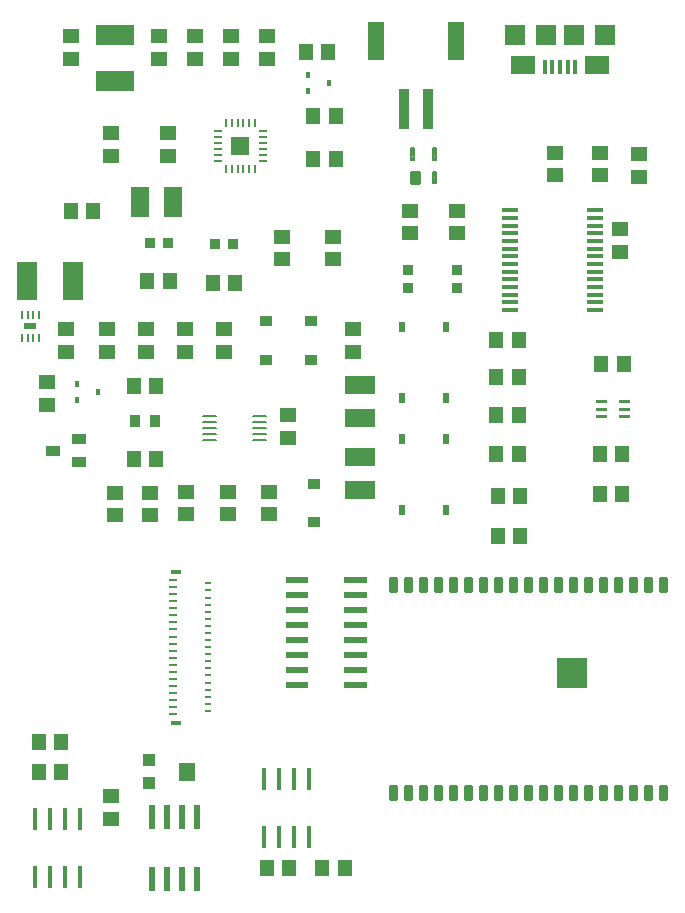
<source format=gtp>
G04 EAGLE Gerber RS-274X export*
G75*
%MOMM*%
%FSLAX34Y34*%
%LPD*%
%INSolderpaste Top*%
%IPPOS*%
%AMOC8*
5,1,8,0,0,1.08239X$1,22.5*%
G01*
%ADD10R,1.398400X1.198400*%
%ADD11R,1.498400X2.598400*%
%ADD12R,1.118400X0.808400*%
%ADD13C,0.148400*%
%ADD14R,3.298400X1.798400*%
%ADD15R,2.598400X1.498400*%
%ADD16R,1.198400X1.398400*%
%ADD17R,0.898400X0.998400*%
%ADD18R,1.550000X1.550000*%
%ADD19R,0.758400X0.168400*%
%ADD20R,0.168400X0.758400*%
%ADD21R,0.698400X0.198400*%
%ADD22R,0.548400X0.198400*%
%ADD23R,0.848400X0.298400*%
%ADD24R,0.498400X2.098400*%
%ADD25R,1.098400X1.098400*%
%ADD26R,1.398400X1.498400*%
%ADD27R,1.020000X0.560000*%
%ADD28R,0.178400X0.638400*%
%ADD29R,1.798400X3.298400*%
%ADD30C,0.049837*%
%ADD31R,1.398400X0.298400*%
%ADD32C,0.077519*%
%ADD33R,0.848400X0.848400*%
%ADD34C,0.390894*%
%ADD35C,0.195359*%
%ADD36R,0.457200X1.879600*%
%ADD37R,0.298400X1.248400*%
%ADD38R,1.998400X1.498400*%
%ADD39R,1.798400X1.798400*%
%ADD40R,1.698400X1.798400*%
%ADD41R,0.448400X0.498400*%
%ADD42R,0.598400X0.898400*%
%ADD43R,1.298400X0.898400*%
%ADD44R,0.898400X3.398400*%
%ADD45R,1.398400X3.298400*%
%ADD46R,2.531044X2.533469*%
%ADD47C,0.364494*%


D10*
X197693Y357480D03*
X197693Y338480D03*
X194375Y495275D03*
X194375Y476275D03*
X232826Y357480D03*
X232826Y338480D03*
X303530Y476275D03*
X303530Y495275D03*
X147320Y642010D03*
X147320Y661010D03*
X139617Y724434D03*
X139617Y743434D03*
X64770Y724434D03*
X64770Y743434D03*
D11*
X151240Y603250D03*
X123240Y603250D03*
D10*
X248920Y403250D03*
X248920Y422250D03*
X128409Y495275D03*
X128409Y476275D03*
D12*
X229910Y502125D03*
X229910Y469425D03*
X267995Y469425D03*
X267995Y502125D03*
X270510Y331630D03*
X270510Y364330D03*
D13*
X187700Y421480D02*
X176700Y421480D01*
X176700Y416480D02*
X187700Y416480D01*
X187700Y411480D02*
X176700Y411480D01*
X176700Y406480D02*
X187700Y406480D01*
X187700Y401480D02*
X176700Y401480D01*
X218700Y421480D02*
X229700Y421480D01*
X229700Y416480D02*
X218700Y416480D01*
X218700Y411480D02*
X229700Y411480D01*
X229700Y406480D02*
X218700Y406480D01*
X218700Y401480D02*
X229700Y401480D01*
D14*
X102194Y705670D03*
X102194Y744670D03*
D15*
X309880Y387380D03*
X309880Y359380D03*
X309880Y420340D03*
X309880Y448340D03*
D16*
X288900Y675640D03*
X269900Y675640D03*
D10*
X200632Y724434D03*
X200632Y743434D03*
X231140Y743434D03*
X231140Y724434D03*
X161392Y476275D03*
X161392Y495275D03*
D17*
X119103Y417513D03*
X136103Y417513D03*
D10*
X162560Y338480D03*
X162560Y357480D03*
D16*
X137103Y385445D03*
X118103Y385445D03*
D18*
X208280Y650240D03*
D19*
X227630Y637740D03*
X227630Y642740D03*
X227630Y647740D03*
X227630Y652740D03*
X227630Y657740D03*
X227630Y662740D03*
X188930Y662740D03*
X188930Y657740D03*
X188930Y652740D03*
X188930Y647740D03*
X188930Y642740D03*
X188930Y637740D03*
D20*
X195780Y630890D03*
X200780Y630890D03*
X205780Y630890D03*
X210780Y630890D03*
X215780Y630890D03*
X220780Y630890D03*
X220780Y669590D03*
X215780Y669590D03*
X210780Y669590D03*
X205780Y669590D03*
X200780Y669590D03*
X195780Y669590D03*
D21*
X150950Y283060D03*
D22*
X180460Y280060D03*
D21*
X150950Y277060D03*
D22*
X180460Y274060D03*
D21*
X150950Y271060D03*
D22*
X180460Y268060D03*
D21*
X150950Y265060D03*
D22*
X180460Y262060D03*
D21*
X150950Y259060D03*
D22*
X180460Y256060D03*
D21*
X150950Y253060D03*
D22*
X180460Y250060D03*
D21*
X150950Y247060D03*
D22*
X180460Y244060D03*
D21*
X150950Y241060D03*
D22*
X180460Y238060D03*
D21*
X150950Y235060D03*
D22*
X180460Y232060D03*
D21*
X150950Y229060D03*
D22*
X180460Y226060D03*
D21*
X150950Y223060D03*
D22*
X180460Y220060D03*
D21*
X150950Y217060D03*
D22*
X180460Y214060D03*
D21*
X150950Y211060D03*
D22*
X180460Y208060D03*
D21*
X150950Y205060D03*
D22*
X180460Y202060D03*
D21*
X150950Y199060D03*
D22*
X180460Y196060D03*
D21*
X150950Y193060D03*
D22*
X180460Y190060D03*
D21*
X150950Y187060D03*
D22*
X180460Y184060D03*
D21*
X150950Y181060D03*
D22*
X180460Y178060D03*
D21*
X150950Y175060D03*
D22*
X180460Y172060D03*
D21*
X150950Y169060D03*
D23*
X153700Y290060D03*
X153700Y162060D03*
D24*
X158750Y81880D03*
X158750Y29880D03*
X171450Y81880D03*
X146050Y81880D03*
X133350Y81880D03*
X171450Y29880D03*
X146050Y29880D03*
X133350Y29880D03*
D10*
X99060Y80670D03*
X99060Y99670D03*
D25*
X130590Y130650D03*
X130590Y110650D03*
D26*
X163090Y120650D03*
D16*
X282550Y730250D03*
X263550Y730250D03*
D10*
X170125Y724434D03*
X170125Y743434D03*
D27*
X30480Y497840D03*
D28*
X22980Y487990D03*
X27980Y487990D03*
X32980Y487990D03*
X37980Y487990D03*
X37980Y507690D03*
X32980Y507690D03*
X27980Y507690D03*
X22980Y507690D03*
D29*
X27490Y535940D03*
X66490Y535940D03*
D16*
X64541Y595630D03*
X83541Y595630D03*
D10*
X60960Y495021D03*
X60960Y476021D03*
D16*
X424840Y486410D03*
X443840Y486410D03*
X424840Y389890D03*
X443840Y389890D03*
X443840Y454660D03*
X424840Y454660D03*
X424840Y422910D03*
X443840Y422910D03*
D30*
X314513Y196553D02*
X296327Y196553D01*
X314513Y196553D02*
X314513Y192067D01*
X296327Y192067D01*
X296327Y196553D01*
X296327Y192540D02*
X314513Y192540D01*
X314513Y193013D02*
X296327Y193013D01*
X296327Y193486D02*
X314513Y193486D01*
X314513Y193959D02*
X296327Y193959D01*
X296327Y194432D02*
X314513Y194432D01*
X314513Y194905D02*
X296327Y194905D01*
X296327Y195378D02*
X314513Y195378D01*
X314513Y195851D02*
X296327Y195851D01*
X296327Y196324D02*
X314513Y196324D01*
X314513Y209253D02*
X296327Y209253D01*
X314513Y209253D02*
X314513Y204767D01*
X296327Y204767D01*
X296327Y209253D01*
X296327Y205240D02*
X314513Y205240D01*
X314513Y205713D02*
X296327Y205713D01*
X296327Y206186D02*
X314513Y206186D01*
X314513Y206659D02*
X296327Y206659D01*
X296327Y207132D02*
X314513Y207132D01*
X314513Y207605D02*
X296327Y207605D01*
X296327Y208078D02*
X314513Y208078D01*
X314513Y208551D02*
X296327Y208551D01*
X296327Y209024D02*
X314513Y209024D01*
X314513Y221953D02*
X296327Y221953D01*
X314513Y221953D02*
X314513Y217467D01*
X296327Y217467D01*
X296327Y221953D01*
X296327Y217940D02*
X314513Y217940D01*
X314513Y218413D02*
X296327Y218413D01*
X296327Y218886D02*
X314513Y218886D01*
X314513Y219359D02*
X296327Y219359D01*
X296327Y219832D02*
X314513Y219832D01*
X314513Y220305D02*
X296327Y220305D01*
X296327Y220778D02*
X314513Y220778D01*
X314513Y221251D02*
X296327Y221251D01*
X296327Y221724D02*
X314513Y221724D01*
X314513Y234653D02*
X296327Y234653D01*
X314513Y234653D02*
X314513Y230167D01*
X296327Y230167D01*
X296327Y234653D01*
X296327Y230640D02*
X314513Y230640D01*
X314513Y231113D02*
X296327Y231113D01*
X296327Y231586D02*
X314513Y231586D01*
X314513Y232059D02*
X296327Y232059D01*
X296327Y232532D02*
X314513Y232532D01*
X314513Y233005D02*
X296327Y233005D01*
X296327Y233478D02*
X314513Y233478D01*
X314513Y233951D02*
X296327Y233951D01*
X296327Y234424D02*
X314513Y234424D01*
X314513Y247353D02*
X296327Y247353D01*
X314513Y247353D02*
X314513Y242867D01*
X296327Y242867D01*
X296327Y247353D01*
X296327Y243340D02*
X314513Y243340D01*
X314513Y243813D02*
X296327Y243813D01*
X296327Y244286D02*
X314513Y244286D01*
X314513Y244759D02*
X296327Y244759D01*
X296327Y245232D02*
X314513Y245232D01*
X314513Y245705D02*
X296327Y245705D01*
X296327Y246178D02*
X314513Y246178D01*
X314513Y246651D02*
X296327Y246651D01*
X296327Y247124D02*
X314513Y247124D01*
X314513Y260053D02*
X296327Y260053D01*
X314513Y260053D02*
X314513Y255567D01*
X296327Y255567D01*
X296327Y260053D01*
X296327Y256040D02*
X314513Y256040D01*
X314513Y256513D02*
X296327Y256513D01*
X296327Y256986D02*
X314513Y256986D01*
X314513Y257459D02*
X296327Y257459D01*
X296327Y257932D02*
X314513Y257932D01*
X314513Y258405D02*
X296327Y258405D01*
X296327Y258878D02*
X314513Y258878D01*
X314513Y259351D02*
X296327Y259351D01*
X296327Y259824D02*
X314513Y259824D01*
X314513Y272753D02*
X296327Y272753D01*
X314513Y272753D02*
X314513Y268267D01*
X296327Y268267D01*
X296327Y272753D01*
X296327Y268740D02*
X314513Y268740D01*
X314513Y269213D02*
X296327Y269213D01*
X296327Y269686D02*
X314513Y269686D01*
X314513Y270159D02*
X296327Y270159D01*
X296327Y270632D02*
X314513Y270632D01*
X314513Y271105D02*
X296327Y271105D01*
X296327Y271578D02*
X314513Y271578D01*
X314513Y272051D02*
X296327Y272051D01*
X296327Y272524D02*
X314513Y272524D01*
X314513Y285453D02*
X296327Y285453D01*
X314513Y285453D02*
X314513Y280967D01*
X296327Y280967D01*
X296327Y285453D01*
X296327Y281440D02*
X314513Y281440D01*
X314513Y281913D02*
X296327Y281913D01*
X296327Y282386D02*
X314513Y282386D01*
X314513Y282859D02*
X296327Y282859D01*
X296327Y283332D02*
X314513Y283332D01*
X314513Y283805D02*
X296327Y283805D01*
X296327Y284278D02*
X314513Y284278D01*
X314513Y284751D02*
X296327Y284751D01*
X296327Y285224D02*
X314513Y285224D01*
X265013Y285453D02*
X246827Y285453D01*
X265013Y285453D02*
X265013Y280967D01*
X246827Y280967D01*
X246827Y285453D01*
X246827Y281440D02*
X265013Y281440D01*
X265013Y281913D02*
X246827Y281913D01*
X246827Y282386D02*
X265013Y282386D01*
X265013Y282859D02*
X246827Y282859D01*
X246827Y283332D02*
X265013Y283332D01*
X265013Y283805D02*
X246827Y283805D01*
X246827Y284278D02*
X265013Y284278D01*
X265013Y284751D02*
X246827Y284751D01*
X246827Y285224D02*
X265013Y285224D01*
X265013Y272753D02*
X246827Y272753D01*
X265013Y272753D02*
X265013Y268267D01*
X246827Y268267D01*
X246827Y272753D01*
X246827Y268740D02*
X265013Y268740D01*
X265013Y269213D02*
X246827Y269213D01*
X246827Y269686D02*
X265013Y269686D01*
X265013Y270159D02*
X246827Y270159D01*
X246827Y270632D02*
X265013Y270632D01*
X265013Y271105D02*
X246827Y271105D01*
X246827Y271578D02*
X265013Y271578D01*
X265013Y272051D02*
X246827Y272051D01*
X246827Y272524D02*
X265013Y272524D01*
X265013Y260053D02*
X246827Y260053D01*
X265013Y260053D02*
X265013Y255567D01*
X246827Y255567D01*
X246827Y260053D01*
X246827Y256040D02*
X265013Y256040D01*
X265013Y256513D02*
X246827Y256513D01*
X246827Y256986D02*
X265013Y256986D01*
X265013Y257459D02*
X246827Y257459D01*
X246827Y257932D02*
X265013Y257932D01*
X265013Y258405D02*
X246827Y258405D01*
X246827Y258878D02*
X265013Y258878D01*
X265013Y259351D02*
X246827Y259351D01*
X246827Y259824D02*
X265013Y259824D01*
X265013Y247353D02*
X246827Y247353D01*
X265013Y247353D02*
X265013Y242867D01*
X246827Y242867D01*
X246827Y247353D01*
X246827Y243340D02*
X265013Y243340D01*
X265013Y243813D02*
X246827Y243813D01*
X246827Y244286D02*
X265013Y244286D01*
X265013Y244759D02*
X246827Y244759D01*
X246827Y245232D02*
X265013Y245232D01*
X265013Y245705D02*
X246827Y245705D01*
X246827Y246178D02*
X265013Y246178D01*
X265013Y246651D02*
X246827Y246651D01*
X246827Y247124D02*
X265013Y247124D01*
X265013Y234653D02*
X246827Y234653D01*
X265013Y234653D02*
X265013Y230167D01*
X246827Y230167D01*
X246827Y234653D01*
X246827Y230640D02*
X265013Y230640D01*
X265013Y231113D02*
X246827Y231113D01*
X246827Y231586D02*
X265013Y231586D01*
X265013Y232059D02*
X246827Y232059D01*
X246827Y232532D02*
X265013Y232532D01*
X265013Y233005D02*
X246827Y233005D01*
X246827Y233478D02*
X265013Y233478D01*
X265013Y233951D02*
X246827Y233951D01*
X246827Y234424D02*
X265013Y234424D01*
X265013Y221953D02*
X246827Y221953D01*
X265013Y221953D02*
X265013Y217467D01*
X246827Y217467D01*
X246827Y221953D01*
X246827Y217940D02*
X265013Y217940D01*
X265013Y218413D02*
X246827Y218413D01*
X246827Y218886D02*
X265013Y218886D01*
X265013Y219359D02*
X246827Y219359D01*
X246827Y219832D02*
X265013Y219832D01*
X265013Y220305D02*
X246827Y220305D01*
X246827Y220778D02*
X265013Y220778D01*
X265013Y221251D02*
X246827Y221251D01*
X246827Y221724D02*
X265013Y221724D01*
X265013Y209253D02*
X246827Y209253D01*
X265013Y209253D02*
X265013Y204767D01*
X246827Y204767D01*
X246827Y209253D01*
X246827Y205240D02*
X265013Y205240D01*
X265013Y205713D02*
X246827Y205713D01*
X246827Y206186D02*
X265013Y206186D01*
X265013Y206659D02*
X246827Y206659D01*
X246827Y207132D02*
X265013Y207132D01*
X265013Y207605D02*
X246827Y207605D01*
X246827Y208078D02*
X265013Y208078D01*
X265013Y208551D02*
X246827Y208551D01*
X246827Y209024D02*
X265013Y209024D01*
X265013Y196553D02*
X246827Y196553D01*
X265013Y196553D02*
X265013Y192067D01*
X246827Y192067D01*
X246827Y196553D01*
X246827Y192540D02*
X265013Y192540D01*
X265013Y193013D02*
X246827Y193013D01*
X246827Y193486D02*
X265013Y193486D01*
X265013Y193959D02*
X246827Y193959D01*
X246827Y194432D02*
X265013Y194432D01*
X265013Y194905D02*
X246827Y194905D01*
X246827Y195378D02*
X265013Y195378D01*
X265013Y195851D02*
X246827Y195851D01*
X246827Y196324D02*
X265013Y196324D01*
D31*
X508690Y511470D03*
X508690Y517970D03*
X508690Y524470D03*
X508690Y530970D03*
X508690Y537470D03*
X508690Y543970D03*
X508690Y550470D03*
X508690Y556970D03*
X508690Y563470D03*
X508690Y569970D03*
X508690Y576470D03*
X508690Y582970D03*
X508690Y589470D03*
X508690Y595970D03*
X436190Y595970D03*
X436190Y589470D03*
X436190Y582970D03*
X436190Y576470D03*
X436190Y569970D03*
X436190Y563470D03*
X436190Y556970D03*
X436190Y550470D03*
X436190Y543970D03*
X436190Y537470D03*
X436190Y530970D03*
X436190Y524470D03*
X436190Y517970D03*
X436190Y511470D03*
D10*
X529590Y560730D03*
X529590Y579730D03*
X512826Y625500D03*
X512826Y644500D03*
D32*
X509507Y433522D02*
X517917Y433522D01*
X509507Y433522D02*
X509507Y435332D01*
X517917Y435332D01*
X517917Y433522D01*
X517917Y434258D02*
X509507Y434258D01*
X509507Y434994D02*
X517917Y434994D01*
X517917Y427022D02*
X509507Y427022D01*
X509507Y428832D01*
X517917Y428832D01*
X517917Y427022D01*
X517917Y427758D02*
X509507Y427758D01*
X509507Y428494D02*
X517917Y428494D01*
X517917Y420522D02*
X509507Y420522D01*
X509507Y422332D01*
X517917Y422332D01*
X517917Y420522D01*
X517917Y421258D02*
X509507Y421258D01*
X509507Y421994D02*
X517917Y421994D01*
X528607Y422332D02*
X537017Y422332D01*
X537017Y420522D01*
X528607Y420522D01*
X528607Y422332D01*
X528607Y421258D02*
X537017Y421258D01*
X537017Y421994D02*
X528607Y421994D01*
X528607Y428832D02*
X537017Y428832D01*
X537017Y427022D01*
X528607Y427022D01*
X528607Y428832D01*
X528607Y427758D02*
X537017Y427758D01*
X537017Y428494D02*
X528607Y428494D01*
X528607Y435332D02*
X537017Y435332D01*
X537017Y433522D01*
X528607Y433522D01*
X528607Y435332D01*
X528607Y434258D02*
X537017Y434258D01*
X537017Y434994D02*
X528607Y434994D01*
D16*
X532587Y466090D03*
X513587Y466090D03*
X512317Y389764D03*
X531317Y389764D03*
D33*
X391503Y530345D03*
X391503Y545345D03*
D10*
X391503Y576605D03*
X391503Y595605D03*
D33*
X350520Y530345D03*
X350520Y545345D03*
D10*
X351790Y576605D03*
X351790Y595605D03*
D34*
X358208Y620092D02*
X358208Y627768D01*
X358208Y620092D02*
X353232Y620092D01*
X353232Y627768D01*
X358208Y627768D01*
X358208Y623806D02*
X353232Y623806D01*
X353232Y627520D02*
X358208Y627520D01*
D35*
X374185Y628745D02*
X374185Y619115D01*
X371255Y619115D01*
X371255Y628745D01*
X374185Y628745D01*
X374185Y620971D02*
X371255Y620971D01*
X371255Y622827D02*
X374185Y622827D01*
X374185Y624683D02*
X371255Y624683D01*
X371255Y626539D02*
X374185Y626539D01*
X374185Y628395D02*
X371255Y628395D01*
X374185Y638715D02*
X374185Y648345D01*
X374185Y638715D02*
X371255Y638715D01*
X371255Y648345D01*
X374185Y648345D01*
X374185Y640571D02*
X371255Y640571D01*
X371255Y642427D02*
X374185Y642427D01*
X374185Y644283D02*
X371255Y644283D01*
X371255Y646139D02*
X374185Y646139D01*
X374185Y647995D02*
X371255Y647995D01*
X355185Y648345D02*
X355185Y638715D01*
X352255Y638715D01*
X352255Y648345D01*
X355185Y648345D01*
X355185Y640571D02*
X352255Y640571D01*
X352255Y642427D02*
X355185Y642427D01*
X355185Y644283D02*
X352255Y644283D01*
X352255Y646139D02*
X355185Y646139D01*
X355185Y647995D02*
X352255Y647995D01*
D33*
X146512Y568325D03*
X131512Y568325D03*
D16*
X129512Y535686D03*
X148512Y535686D03*
D33*
X201704Y567055D03*
X186704Y567055D03*
D16*
X184704Y534416D03*
X203704Y534416D03*
D36*
X228600Y65532D03*
X241300Y65532D03*
X254000Y65532D03*
X266700Y65532D03*
X266700Y114808D03*
X254000Y114808D03*
X241300Y114808D03*
X228600Y114808D03*
X72390Y80518D03*
X59690Y80518D03*
X46990Y80518D03*
X34290Y80518D03*
X34290Y31242D03*
X46990Y31242D03*
X59690Y31242D03*
X72390Y31242D03*
D10*
X101918Y356877D03*
X101918Y337877D03*
D16*
X277520Y38735D03*
X296520Y38735D03*
X37490Y146050D03*
X56490Y146050D03*
X118167Y447040D03*
X137167Y447040D03*
D10*
X132080Y356877D03*
X132080Y337877D03*
D16*
X249530Y38735D03*
X230530Y38735D03*
X37490Y120015D03*
X56490Y120015D03*
D10*
X95425Y476275D03*
X95425Y495275D03*
D16*
X269900Y639128D03*
X288900Y639128D03*
D10*
X546100Y624230D03*
X546100Y643230D03*
X474472Y625500D03*
X474472Y644500D03*
D37*
X478790Y717550D03*
X485290Y717550D03*
X472290Y717550D03*
X491790Y717550D03*
X465790Y717550D03*
D38*
X509790Y718800D03*
X447790Y718800D03*
D39*
X490790Y744300D03*
X466790Y744300D03*
D40*
X516790Y744300D03*
X440790Y744300D03*
D41*
X265070Y710080D03*
X265070Y697080D03*
X283570Y703580D03*
D42*
X382355Y497360D03*
X345355Y497360D03*
X382355Y437360D03*
X345355Y437360D03*
X382355Y402110D03*
X345355Y402110D03*
X382355Y342110D03*
X345355Y342110D03*
D41*
X69490Y448460D03*
X69490Y435460D03*
X87990Y441960D03*
D43*
X49960Y392430D03*
X71960Y401930D03*
X71960Y382930D03*
D10*
X44450Y431190D03*
X44450Y450190D03*
D44*
X346870Y681990D03*
X366870Y681990D03*
D45*
X323370Y739490D03*
X390370Y739490D03*
D10*
X99060Y642010D03*
X99060Y661010D03*
D46*
X488565Y204317D03*
D47*
X564150Y273680D02*
X564150Y283520D01*
X568790Y283520D01*
X568790Y273680D01*
X564150Y273680D01*
X564150Y277143D02*
X568790Y277143D01*
X568790Y280606D02*
X564150Y280606D01*
X551450Y283520D02*
X551450Y273680D01*
X551450Y283520D02*
X556090Y283520D01*
X556090Y273680D01*
X551450Y273680D01*
X551450Y277143D02*
X556090Y277143D01*
X556090Y280606D02*
X551450Y280606D01*
X538750Y283520D02*
X538750Y273680D01*
X538750Y283520D02*
X543390Y283520D01*
X543390Y273680D01*
X538750Y273680D01*
X538750Y277143D02*
X543390Y277143D01*
X543390Y280606D02*
X538750Y280606D01*
X526050Y283520D02*
X526050Y273680D01*
X526050Y283520D02*
X530690Y283520D01*
X530690Y273680D01*
X526050Y273680D01*
X526050Y277143D02*
X530690Y277143D01*
X530690Y280606D02*
X526050Y280606D01*
X513350Y283520D02*
X513350Y273680D01*
X513350Y283520D02*
X517990Y283520D01*
X517990Y273680D01*
X513350Y273680D01*
X513350Y277143D02*
X517990Y277143D01*
X517990Y280606D02*
X513350Y280606D01*
X500650Y283520D02*
X500650Y273680D01*
X500650Y283520D02*
X505290Y283520D01*
X505290Y273680D01*
X500650Y273680D01*
X500650Y277143D02*
X505290Y277143D01*
X505290Y280606D02*
X500650Y280606D01*
X487950Y283520D02*
X487950Y273680D01*
X487950Y283520D02*
X492590Y283520D01*
X492590Y273680D01*
X487950Y273680D01*
X487950Y277143D02*
X492590Y277143D01*
X492590Y280606D02*
X487950Y280606D01*
X475250Y283520D02*
X475250Y273680D01*
X475250Y283520D02*
X479890Y283520D01*
X479890Y273680D01*
X475250Y273680D01*
X475250Y277143D02*
X479890Y277143D01*
X479890Y280606D02*
X475250Y280606D01*
X462550Y283520D02*
X462550Y273680D01*
X462550Y283520D02*
X467190Y283520D01*
X467190Y273680D01*
X462550Y273680D01*
X462550Y277143D02*
X467190Y277143D01*
X467190Y280606D02*
X462550Y280606D01*
X449850Y283520D02*
X449850Y273680D01*
X449850Y283520D02*
X454490Y283520D01*
X454490Y273680D01*
X449850Y273680D01*
X449850Y277143D02*
X454490Y277143D01*
X454490Y280606D02*
X449850Y280606D01*
X437150Y283520D02*
X437150Y273680D01*
X437150Y283520D02*
X441790Y283520D01*
X441790Y273680D01*
X437150Y273680D01*
X437150Y277143D02*
X441790Y277143D01*
X441790Y280606D02*
X437150Y280606D01*
X424450Y283520D02*
X424450Y273680D01*
X424450Y283520D02*
X429090Y283520D01*
X429090Y273680D01*
X424450Y273680D01*
X424450Y277143D02*
X429090Y277143D01*
X429090Y280606D02*
X424450Y280606D01*
X411750Y283520D02*
X411750Y273680D01*
X411750Y283520D02*
X416390Y283520D01*
X416390Y273680D01*
X411750Y273680D01*
X411750Y277143D02*
X416390Y277143D01*
X416390Y280606D02*
X411750Y280606D01*
X399050Y283520D02*
X399050Y273680D01*
X399050Y283520D02*
X403690Y283520D01*
X403690Y273680D01*
X399050Y273680D01*
X399050Y277143D02*
X403690Y277143D01*
X403690Y280606D02*
X399050Y280606D01*
X386350Y283520D02*
X386350Y273680D01*
X386350Y283520D02*
X390990Y283520D01*
X390990Y273680D01*
X386350Y273680D01*
X386350Y277143D02*
X390990Y277143D01*
X390990Y280606D02*
X386350Y280606D01*
X373650Y283520D02*
X373650Y273680D01*
X373650Y283520D02*
X378290Y283520D01*
X378290Y273680D01*
X373650Y273680D01*
X373650Y277143D02*
X378290Y277143D01*
X378290Y280606D02*
X373650Y280606D01*
X360950Y283520D02*
X360950Y273680D01*
X360950Y283520D02*
X365590Y283520D01*
X365590Y273680D01*
X360950Y273680D01*
X360950Y277143D02*
X365590Y277143D01*
X365590Y280606D02*
X360950Y280606D01*
X348250Y283520D02*
X348250Y273680D01*
X348250Y283520D02*
X352890Y283520D01*
X352890Y273680D01*
X348250Y273680D01*
X348250Y277143D02*
X352890Y277143D01*
X352890Y280606D02*
X348250Y280606D01*
X335550Y283520D02*
X335550Y273680D01*
X335550Y283520D02*
X340190Y283520D01*
X340190Y273680D01*
X335550Y273680D01*
X335550Y277143D02*
X340190Y277143D01*
X340190Y280606D02*
X335550Y280606D01*
X340190Y107320D02*
X340190Y97480D01*
X335550Y97480D01*
X335550Y107320D01*
X340190Y107320D01*
X340190Y100943D02*
X335550Y100943D01*
X335550Y104406D02*
X340190Y104406D01*
X352890Y107320D02*
X352890Y97480D01*
X348250Y97480D01*
X348250Y107320D01*
X352890Y107320D01*
X352890Y100943D02*
X348250Y100943D01*
X348250Y104406D02*
X352890Y104406D01*
X365590Y107320D02*
X365590Y97480D01*
X360950Y97480D01*
X360950Y107320D01*
X365590Y107320D01*
X365590Y100943D02*
X360950Y100943D01*
X360950Y104406D02*
X365590Y104406D01*
X378290Y107320D02*
X378290Y97480D01*
X373650Y97480D01*
X373650Y107320D01*
X378290Y107320D01*
X378290Y100943D02*
X373650Y100943D01*
X373650Y104406D02*
X378290Y104406D01*
X390990Y107320D02*
X390990Y97480D01*
X386350Y97480D01*
X386350Y107320D01*
X390990Y107320D01*
X390990Y100943D02*
X386350Y100943D01*
X386350Y104406D02*
X390990Y104406D01*
X403690Y107320D02*
X403690Y97480D01*
X399050Y97480D01*
X399050Y107320D01*
X403690Y107320D01*
X403690Y100943D02*
X399050Y100943D01*
X399050Y104406D02*
X403690Y104406D01*
X416390Y107320D02*
X416390Y97480D01*
X411750Y97480D01*
X411750Y107320D01*
X416390Y107320D01*
X416390Y100943D02*
X411750Y100943D01*
X411750Y104406D02*
X416390Y104406D01*
X429090Y107320D02*
X429090Y97480D01*
X424450Y97480D01*
X424450Y107320D01*
X429090Y107320D01*
X429090Y100943D02*
X424450Y100943D01*
X424450Y104406D02*
X429090Y104406D01*
X441790Y107320D02*
X441790Y97480D01*
X437150Y97480D01*
X437150Y107320D01*
X441790Y107320D01*
X441790Y100943D02*
X437150Y100943D01*
X437150Y104406D02*
X441790Y104406D01*
X454490Y107320D02*
X454490Y97480D01*
X449850Y97480D01*
X449850Y107320D01*
X454490Y107320D01*
X454490Y100943D02*
X449850Y100943D01*
X449850Y104406D02*
X454490Y104406D01*
X467190Y107320D02*
X467190Y97480D01*
X462550Y97480D01*
X462550Y107320D01*
X467190Y107320D01*
X467190Y100943D02*
X462550Y100943D01*
X462550Y104406D02*
X467190Y104406D01*
X479890Y107320D02*
X479890Y97480D01*
X475250Y97480D01*
X475250Y107320D01*
X479890Y107320D01*
X479890Y100943D02*
X475250Y100943D01*
X475250Y104406D02*
X479890Y104406D01*
X492590Y107320D02*
X492590Y97480D01*
X487950Y97480D01*
X487950Y107320D01*
X492590Y107320D01*
X492590Y100943D02*
X487950Y100943D01*
X487950Y104406D02*
X492590Y104406D01*
X505290Y107320D02*
X505290Y97480D01*
X500650Y97480D01*
X500650Y107320D01*
X505290Y107320D01*
X505290Y100943D02*
X500650Y100943D01*
X500650Y104406D02*
X505290Y104406D01*
X517990Y107320D02*
X517990Y97480D01*
X513350Y97480D01*
X513350Y107320D01*
X517990Y107320D01*
X517990Y100943D02*
X513350Y100943D01*
X513350Y104406D02*
X517990Y104406D01*
X530690Y107320D02*
X530690Y97480D01*
X526050Y97480D01*
X526050Y107320D01*
X530690Y107320D01*
X530690Y100943D02*
X526050Y100943D01*
X526050Y104406D02*
X530690Y104406D01*
X543390Y107320D02*
X543390Y97480D01*
X538750Y97480D01*
X538750Y107320D01*
X543390Y107320D01*
X543390Y100943D02*
X538750Y100943D01*
X538750Y104406D02*
X543390Y104406D01*
X556090Y107320D02*
X556090Y97480D01*
X551450Y97480D01*
X551450Y107320D01*
X556090Y107320D01*
X556090Y100943D02*
X551450Y100943D01*
X551450Y104406D02*
X556090Y104406D01*
X568790Y107320D02*
X568790Y97480D01*
X564150Y97480D01*
X564150Y107320D01*
X568790Y107320D01*
X568790Y100943D02*
X564150Y100943D01*
X564150Y104406D02*
X568790Y104406D01*
D16*
X512470Y355600D03*
X531470Y355600D03*
X445110Y354330D03*
X426110Y354330D03*
X445110Y320040D03*
X426110Y320040D03*
D10*
X243840Y573380D03*
X243840Y554380D03*
X287020Y573380D03*
X287020Y554380D03*
M02*

</source>
